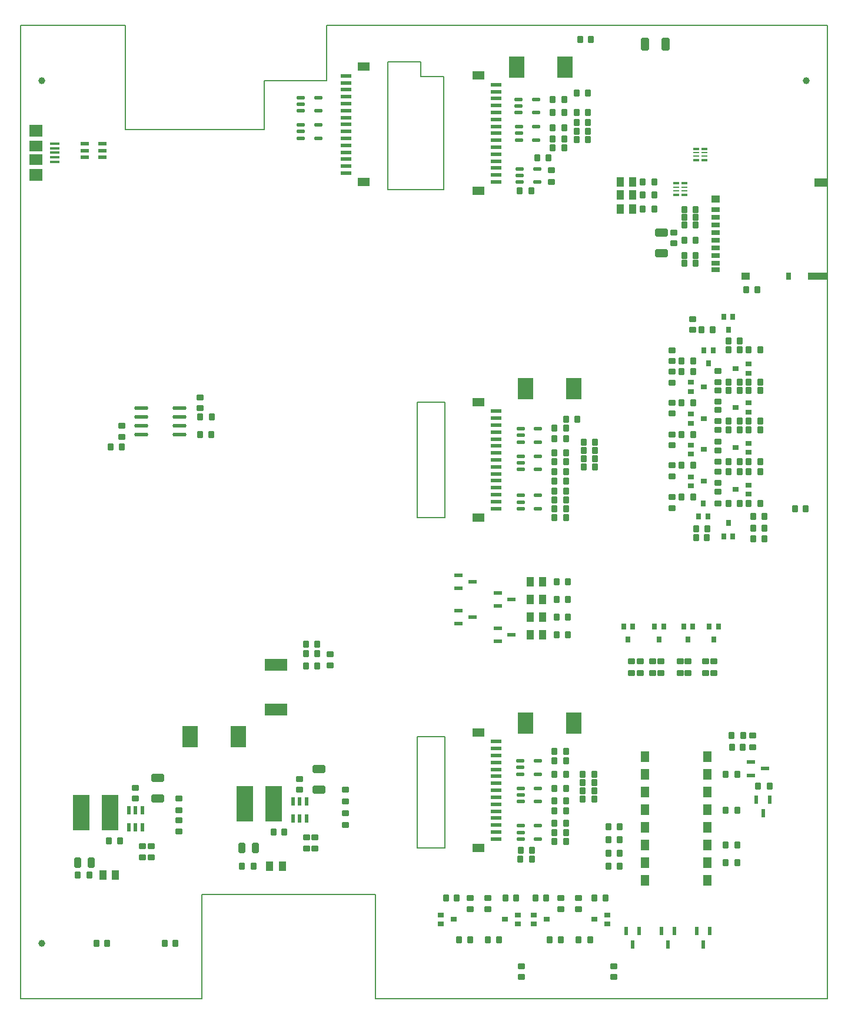
<source format=gtp>
G04*
G04 #@! TF.GenerationSoftware,Altium Limited,Altium Designer,22.3.1 (43)*
G04*
G04 Layer_Color=8421504*
%FSLAX25Y25*%
%MOIN*%
G70*
G04*
G04 #@! TF.SameCoordinates,3C66329E-7EC6-4DA4-B4DD-612C795C30B2*
G04*
G04*
G04 #@! TF.FilePolarity,Positive*
G04*
G01*
G75*
%ADD10C,0.00787*%
G04:AMPARAMS|DCode=25|XSize=31.5mil|YSize=37.4mil|CornerRadius=3.94mil|HoleSize=0mil|Usage=FLASHONLY|Rotation=0.000|XOffset=0mil|YOffset=0mil|HoleType=Round|Shape=RoundedRectangle|*
%AMROUNDEDRECTD25*
21,1,0.03150,0.02953,0,0,0.0*
21,1,0.02362,0.03740,0,0,0.0*
1,1,0.00787,0.01181,-0.01476*
1,1,0.00787,-0.01181,-0.01476*
1,1,0.00787,-0.01181,0.01476*
1,1,0.00787,0.01181,0.01476*
%
%ADD25ROUNDEDRECTD25*%
G04:AMPARAMS|DCode=26|XSize=49.61mil|YSize=23.23mil|CornerRadius=2.9mil|HoleSize=0mil|Usage=FLASHONLY|Rotation=270.000|XOffset=0mil|YOffset=0mil|HoleType=Round|Shape=RoundedRectangle|*
%AMROUNDEDRECTD26*
21,1,0.04961,0.01742,0,0,270.0*
21,1,0.04380,0.02323,0,0,270.0*
1,1,0.00581,-0.00871,-0.02190*
1,1,0.00581,-0.00871,0.02190*
1,1,0.00581,0.00871,0.02190*
1,1,0.00581,0.00871,-0.02190*
%
%ADD26ROUNDEDRECTD26*%
%ADD27R,0.07087X0.04724*%
%ADD28R,0.06102X0.02362*%
%ADD29R,0.05118X0.05906*%
G04:AMPARAMS|DCode=30|XSize=49.61mil|YSize=23.23mil|CornerRadius=2.9mil|HoleSize=0mil|Usage=FLASHONLY|Rotation=0.000|XOffset=0mil|YOffset=0mil|HoleType=Round|Shape=RoundedRectangle|*
%AMROUNDEDRECTD30*
21,1,0.04961,0.01742,0,0,0.0*
21,1,0.04380,0.02323,0,0,0.0*
1,1,0.00581,0.02190,-0.00871*
1,1,0.00581,-0.02190,-0.00871*
1,1,0.00581,-0.02190,0.00871*
1,1,0.00581,0.02190,0.00871*
%
%ADD30ROUNDEDRECTD30*%
G04:AMPARAMS|DCode=31|XSize=47.64mil|YSize=23.23mil|CornerRadius=5.81mil|HoleSize=0mil|Usage=FLASHONLY|Rotation=0.000|XOffset=0mil|YOffset=0mil|HoleType=Round|Shape=RoundedRectangle|*
%AMROUNDEDRECTD31*
21,1,0.04764,0.01161,0,0,0.0*
21,1,0.03602,0.02323,0,0,0.0*
1,1,0.01161,0.01801,-0.00581*
1,1,0.01161,-0.01801,-0.00581*
1,1,0.01161,-0.01801,0.00581*
1,1,0.01161,0.01801,0.00581*
%
%ADD31ROUNDEDRECTD31*%
G04:AMPARAMS|DCode=32|XSize=45.28mil|YSize=70.87mil|CornerRadius=4.98mil|HoleSize=0mil|Usage=FLASHONLY|Rotation=90.000|XOffset=0mil|YOffset=0mil|HoleType=Round|Shape=RoundedRectangle|*
%AMROUNDEDRECTD32*
21,1,0.04528,0.06091,0,0,90.0*
21,1,0.03532,0.07087,0,0,90.0*
1,1,0.00996,0.03045,0.01766*
1,1,0.00996,0.03045,-0.01766*
1,1,0.00996,-0.03045,-0.01766*
1,1,0.00996,-0.03045,0.01766*
%
%ADD32ROUNDEDRECTD32*%
G04:AMPARAMS|DCode=33|XSize=39.37mil|YSize=57.09mil|CornerRadius=4.92mil|HoleSize=0mil|Usage=FLASHONLY|Rotation=180.000|XOffset=0mil|YOffset=0mil|HoleType=Round|Shape=RoundedRectangle|*
%AMROUNDEDRECTD33*
21,1,0.03937,0.04724,0,0,180.0*
21,1,0.02953,0.05709,0,0,180.0*
1,1,0.00984,-0.01476,0.02362*
1,1,0.00984,0.01476,0.02362*
1,1,0.00984,0.01476,-0.02362*
1,1,0.00984,-0.01476,-0.02362*
%
%ADD33ROUNDEDRECTD33*%
%ADD34R,0.07480X0.05118*%
%ADD35R,0.11024X0.03937*%
%ADD36R,0.03150X0.03937*%
%ADD37R,0.04724X0.03937*%
%ADD38R,0.04724X0.02756*%
%ADD39R,0.12598X0.06772*%
%ADD40R,0.02756X0.03543*%
%ADD41R,0.08661X0.12402*%
G04:AMPARAMS|DCode=42|XSize=34.45mil|YSize=37.4mil|CornerRadius=4.31mil|HoleSize=0mil|Usage=FLASHONLY|Rotation=180.000|XOffset=0mil|YOffset=0mil|HoleType=Round|Shape=RoundedRectangle|*
%AMROUNDEDRECTD42*
21,1,0.03445,0.02879,0,0,180.0*
21,1,0.02584,0.03740,0,0,180.0*
1,1,0.00861,-0.01292,0.01440*
1,1,0.00861,0.01292,0.01440*
1,1,0.00861,0.01292,-0.01440*
1,1,0.00861,-0.01292,-0.01440*
%
%ADD42ROUNDEDRECTD42*%
G04:AMPARAMS|DCode=43|XSize=47.64mil|YSize=22.84mil|CornerRadius=2.85mil|HoleSize=0mil|Usage=FLASHONLY|Rotation=90.000|XOffset=0mil|YOffset=0mil|HoleType=Round|Shape=RoundedRectangle|*
%AMROUNDEDRECTD43*
21,1,0.04764,0.01713,0,0,90.0*
21,1,0.04193,0.02284,0,0,90.0*
1,1,0.00571,0.00856,0.02097*
1,1,0.00571,0.00856,-0.02097*
1,1,0.00571,-0.00856,-0.02097*
1,1,0.00571,-0.00856,0.02097*
%
%ADD43ROUNDEDRECTD43*%
%ADD44R,0.09252X0.20079*%
%ADD45R,0.04331X0.05709*%
%ADD46O,0.08014X0.02260*%
%ADD47R,0.03425X0.01024*%
%ADD48R,0.03425X0.01614*%
%ADD49R,0.07480X0.07087*%
%ADD50R,0.07480X0.05906*%
%ADD51R,0.05315X0.01575*%
G04:AMPARAMS|DCode=52|XSize=35.43mil|YSize=37.4mil|CornerRadius=4.43mil|HoleSize=0mil|Usage=FLASHONLY|Rotation=0.000|XOffset=0mil|YOffset=0mil|HoleType=Round|Shape=RoundedRectangle|*
%AMROUNDEDRECTD52*
21,1,0.03543,0.02854,0,0,0.0*
21,1,0.02657,0.03740,0,0,0.0*
1,1,0.00886,0.01329,-0.01427*
1,1,0.00886,-0.01329,-0.01427*
1,1,0.00886,-0.01329,0.01427*
1,1,0.00886,0.01329,0.01427*
%
%ADD52ROUNDEDRECTD52*%
%ADD53C,0.03937*%
%ADD54R,0.03543X0.02756*%
G04:AMPARAMS|DCode=55|XSize=35.43mil|YSize=37.4mil|CornerRadius=4.43mil|HoleSize=0mil|Usage=FLASHONLY|Rotation=90.000|XOffset=0mil|YOffset=0mil|HoleType=Round|Shape=RoundedRectangle|*
%AMROUNDEDRECTD55*
21,1,0.03543,0.02854,0,0,90.0*
21,1,0.02657,0.03740,0,0,90.0*
1,1,0.00886,0.01427,0.01329*
1,1,0.00886,0.01427,-0.01329*
1,1,0.00886,-0.01427,-0.01329*
1,1,0.00886,-0.01427,0.01329*
%
%ADD55ROUNDEDRECTD55*%
G04:AMPARAMS|DCode=56|XSize=31.5mil|YSize=37.4mil|CornerRadius=3.94mil|HoleSize=0mil|Usage=FLASHONLY|Rotation=270.000|XOffset=0mil|YOffset=0mil|HoleType=Round|Shape=RoundedRectangle|*
%AMROUNDEDRECTD56*
21,1,0.03150,0.02953,0,0,270.0*
21,1,0.02362,0.03740,0,0,270.0*
1,1,0.00787,-0.01476,-0.01181*
1,1,0.00787,-0.01476,0.01181*
1,1,0.00787,0.01476,0.01181*
1,1,0.00787,0.01476,-0.01181*
%
%ADD56ROUNDEDRECTD56*%
G04:AMPARAMS|DCode=57|XSize=47.64mil|YSize=22.84mil|CornerRadius=2.85mil|HoleSize=0mil|Usage=FLASHONLY|Rotation=0.000|XOffset=0mil|YOffset=0mil|HoleType=Round|Shape=RoundedRectangle|*
%AMROUNDEDRECTD57*
21,1,0.04764,0.01713,0,0,0.0*
21,1,0.04193,0.02284,0,0,0.0*
1,1,0.00571,0.02097,-0.00856*
1,1,0.00571,-0.02097,-0.00856*
1,1,0.00571,-0.02097,0.00856*
1,1,0.00571,0.02097,0.00856*
%
%ADD57ROUNDEDRECTD57*%
G04:AMPARAMS|DCode=58|XSize=45.28mil|YSize=70.87mil|CornerRadius=4.98mil|HoleSize=0mil|Usage=FLASHONLY|Rotation=180.000|XOffset=0mil|YOffset=0mil|HoleType=Round|Shape=RoundedRectangle|*
%AMROUNDEDRECTD58*
21,1,0.04528,0.06091,0,0,180.0*
21,1,0.03532,0.07087,0,0,180.0*
1,1,0.00996,-0.01766,0.03045*
1,1,0.00996,0.01766,0.03045*
1,1,0.00996,0.01766,-0.03045*
1,1,0.00996,-0.01766,-0.03045*
%
%ADD58ROUNDEDRECTD58*%
D10*
X208000Y458000D02*
Y530500D01*
X226519Y522261D02*
X239496D01*
X226500Y522279D02*
Y530500D01*
X208000D02*
X226500D01*
X59055Y492126D02*
Y551181D01*
X102362Y0D02*
Y59055D01*
X200787D01*
Y0D02*
Y59055D01*
Y-0D02*
X456693Y0D01*
X173228Y551181D02*
X456693D01*
X137795Y492126D02*
Y519685D01*
X173228D01*
Y551181D01*
X59055Y492126D02*
X137795Y492126D01*
X224472Y337700D02*
X240220D01*
X224472Y272500D02*
X240220D01*
Y337700D01*
X224472Y272500D02*
Y337700D01*
Y85345D02*
Y148500D01*
X240220Y85345D02*
Y148500D01*
X224472Y85345D02*
X240220D01*
X224472Y148500D02*
X240220D01*
X239496Y458000D02*
Y522261D01*
X208000Y458000D02*
X239496D01*
X0Y0D02*
X102362D01*
X0Y551181D02*
X59055D01*
X456693Y0D02*
Y551181D01*
X0Y0D02*
Y551181D01*
D25*
X417602Y120500D02*
D03*
X424098D02*
D03*
X302250Y277500D02*
D03*
X308746D02*
D03*
X283000Y79000D02*
D03*
X289496D02*
D03*
X302252Y89000D02*
D03*
X308748D02*
D03*
X339216Y75187D02*
D03*
X339248Y82625D02*
D03*
X405748Y127000D02*
D03*
X399252D02*
D03*
X405748Y106920D02*
D03*
X399252D02*
D03*
X405748Y87000D02*
D03*
X399252D02*
D03*
X405748Y77000D02*
D03*
X399252D02*
D03*
X332752Y97500D02*
D03*
X339248D02*
D03*
X303379Y236070D02*
D03*
X309875D02*
D03*
X101500Y319500D02*
D03*
X107996D02*
D03*
X380695Y302000D02*
D03*
X374199D02*
D03*
X101510Y329500D02*
D03*
X108006D02*
D03*
X32260Y70019D02*
D03*
X38756D02*
D03*
X125260Y75019D02*
D03*
X131756D02*
D03*
X309874Y226070D02*
D03*
X303378D02*
D03*
X309874Y216070D02*
D03*
X303378D02*
D03*
X309875Y206070D02*
D03*
X303379D02*
D03*
X409054Y149121D02*
D03*
X402557D02*
D03*
X325248Y315260D02*
D03*
X318752D02*
D03*
X325248Y305732D02*
D03*
X318752D02*
D03*
X302251Y323000D02*
D03*
X308747D02*
D03*
X302251Y317260D02*
D03*
X308747D02*
D03*
X302251Y309232D02*
D03*
X308747D02*
D03*
X302251Y282492D02*
D03*
X308747D02*
D03*
X308746Y298500D02*
D03*
X302250D02*
D03*
X308746Y293000D02*
D03*
X302250D02*
D03*
X302251Y272500D02*
D03*
X308747D02*
D03*
X315248Y328000D02*
D03*
X308752D02*
D03*
X407248Y327000D02*
D03*
X400752D02*
D03*
X418827D02*
D03*
X412331D02*
D03*
Y322000D02*
D03*
X418827D02*
D03*
X407248D02*
D03*
X400752D02*
D03*
X407248Y298500D02*
D03*
X400752D02*
D03*
X407248Y304000D02*
D03*
X400752D02*
D03*
X412331D02*
D03*
X418827D02*
D03*
Y298500D02*
D03*
X412331D02*
D03*
X407248Y349000D02*
D03*
X400752D02*
D03*
X418827Y344500D02*
D03*
X412331D02*
D03*
X418827Y349000D02*
D03*
X412331D02*
D03*
X418827Y367500D02*
D03*
X412331D02*
D03*
X407248D02*
D03*
X400752D02*
D03*
X332752Y90062D02*
D03*
X339248D02*
D03*
X407249Y280500D02*
D03*
X400753D02*
D03*
X418827D02*
D03*
X412331D02*
D03*
X388996Y266000D02*
D03*
X382500D02*
D03*
X380695Y284000D02*
D03*
X374199D02*
D03*
X380695Y319500D02*
D03*
X374199D02*
D03*
X380695Y337500D02*
D03*
X374199D02*
D03*
X380695Y360992D02*
D03*
X374199D02*
D03*
X380695Y355000D02*
D03*
X374199D02*
D03*
X400752Y372500D02*
D03*
X407248D02*
D03*
X391831Y378669D02*
D03*
X385335D02*
D03*
X417248Y401500D02*
D03*
X410752D02*
D03*
X382248Y446795D02*
D03*
X375752D02*
D03*
X382248Y442465D02*
D03*
X375752D02*
D03*
X382248Y438134D02*
D03*
X375752D02*
D03*
X382248Y429472D02*
D03*
X375752D02*
D03*
X375753Y420811D02*
D03*
X382249D02*
D03*
X382248Y416480D02*
D03*
X375752D02*
D03*
X321248Y496000D02*
D03*
X314752D02*
D03*
X307747Y493240D02*
D03*
X301251D02*
D03*
X358748Y447138D02*
D03*
X352252D02*
D03*
X308747Y304252D02*
D03*
X302251D02*
D03*
X318252Y122500D02*
D03*
X324748D02*
D03*
X318752Y310500D02*
D03*
X325248D02*
D03*
X318252Y113000D02*
D03*
X324748D02*
D03*
X318752Y301000D02*
D03*
X325248D02*
D03*
X314752Y486500D02*
D03*
X321248D02*
D03*
X307748Y509240D02*
D03*
X301252D02*
D03*
X322496Y33500D02*
D03*
X316000D02*
D03*
X299504D02*
D03*
X306000D02*
D03*
X332752Y82625D02*
D03*
X332720Y75187D02*
D03*
X302250Y134724D02*
D03*
X308746D02*
D03*
X302250Y127244D02*
D03*
X308746D02*
D03*
X302250Y119224D02*
D03*
X308746D02*
D03*
X302250Y112244D02*
D03*
X308746D02*
D03*
X308746Y140000D02*
D03*
X302249D02*
D03*
X324748Y127244D02*
D03*
X318252D02*
D03*
X324748Y117724D02*
D03*
X318252D02*
D03*
X308746Y106500D02*
D03*
X302249D02*
D03*
X308748Y99500D02*
D03*
X302252D02*
D03*
X302250Y94224D02*
D03*
X308746D02*
D03*
X283059Y84244D02*
D03*
X289555D02*
D03*
X254500Y33500D02*
D03*
X248004D02*
D03*
X270996D02*
D03*
X264500D02*
D03*
X302251Y287500D02*
D03*
X308747D02*
D03*
X352252Y462508D02*
D03*
X358748D02*
D03*
X352252Y455008D02*
D03*
X358748D02*
D03*
X407248Y344500D02*
D03*
X400752D02*
D03*
X301251Y486760D02*
D03*
X307747D02*
D03*
X307748Y481760D02*
D03*
X301252D02*
D03*
X298937Y476000D02*
D03*
X292441D02*
D03*
X282559Y457616D02*
D03*
X289055D02*
D03*
X321248Y491240D02*
D03*
X314752D02*
D03*
X321248Y512740D02*
D03*
X314752D02*
D03*
X321248Y501760D02*
D03*
X314752D02*
D03*
X301252D02*
D03*
X307748D02*
D03*
D26*
X424098Y112716D02*
D03*
X416618D02*
D03*
X420358Y105000D02*
D03*
X390240Y38358D02*
D03*
X382760D02*
D03*
X386500Y30642D02*
D03*
X370240Y38358D02*
D03*
X362760D02*
D03*
X366500Y30642D02*
D03*
X350240Y38358D02*
D03*
X342760D02*
D03*
X346500Y30642D02*
D03*
D27*
X194008Y462328D02*
D03*
Y527682D02*
D03*
X259067Y85433D02*
D03*
Y150787D02*
D03*
Y272441D02*
D03*
Y337795D02*
D03*
Y457328D02*
D03*
Y522682D02*
D03*
D28*
X184067Y467446D02*
D03*
Y471383D02*
D03*
Y475320D02*
D03*
Y479257D02*
D03*
Y483194D02*
D03*
Y487131D02*
D03*
Y491068D02*
D03*
Y495005D02*
D03*
Y498942D02*
D03*
Y502879D02*
D03*
Y506816D02*
D03*
Y510753D02*
D03*
Y514690D02*
D03*
Y518627D02*
D03*
Y522564D02*
D03*
X269008Y90551D02*
D03*
Y94488D02*
D03*
Y98425D02*
D03*
Y102362D02*
D03*
Y106299D02*
D03*
Y110236D02*
D03*
Y114173D02*
D03*
Y118110D02*
D03*
Y122047D02*
D03*
Y125984D02*
D03*
Y129921D02*
D03*
Y133858D02*
D03*
Y137795D02*
D03*
Y141732D02*
D03*
Y145669D02*
D03*
Y277559D02*
D03*
Y281496D02*
D03*
Y285433D02*
D03*
Y289370D02*
D03*
Y293307D02*
D03*
Y297244D02*
D03*
Y301181D02*
D03*
Y305118D02*
D03*
Y309055D02*
D03*
Y312992D02*
D03*
Y316929D02*
D03*
Y320866D02*
D03*
Y324803D02*
D03*
Y328740D02*
D03*
Y332677D02*
D03*
Y462446D02*
D03*
Y466383D02*
D03*
Y470320D02*
D03*
Y474257D02*
D03*
Y478194D02*
D03*
Y482131D02*
D03*
Y486068D02*
D03*
Y490005D02*
D03*
Y493942D02*
D03*
Y497879D02*
D03*
Y501816D02*
D03*
Y505753D02*
D03*
Y509690D02*
D03*
Y513627D02*
D03*
Y517564D02*
D03*
D29*
X353467Y87000D02*
D03*
Y67000D02*
D03*
X388900D02*
D03*
Y77000D02*
D03*
Y87000D02*
D03*
Y97000D02*
D03*
Y107000D02*
D03*
Y117000D02*
D03*
Y127000D02*
D03*
Y137000D02*
D03*
X353467D02*
D03*
Y127000D02*
D03*
Y117000D02*
D03*
Y107000D02*
D03*
Y97000D02*
D03*
Y77000D02*
D03*
D30*
X270284Y229810D02*
D03*
Y222330D02*
D03*
X278000Y226070D02*
D03*
X270284Y209810D02*
D03*
Y202330D02*
D03*
X278000Y206070D02*
D03*
X413642Y134051D02*
D03*
Y126571D02*
D03*
X421358Y130311D02*
D03*
X255716Y216070D02*
D03*
X248000Y212330D02*
D03*
Y219810D02*
D03*
X255716Y236070D02*
D03*
X248000Y232330D02*
D03*
Y239810D02*
D03*
D31*
X292441Y469926D02*
D03*
Y462446D02*
D03*
X282559D02*
D03*
Y466186D02*
D03*
Y469926D02*
D03*
X292941Y307232D02*
D03*
Y299752D02*
D03*
X283059D02*
D03*
Y303492D02*
D03*
Y307232D02*
D03*
Y285039D02*
D03*
Y281299D02*
D03*
Y277559D02*
D03*
X292941D02*
D03*
Y285039D02*
D03*
X283059Y322740D02*
D03*
Y319000D02*
D03*
Y315260D02*
D03*
X292941D02*
D03*
Y322740D02*
D03*
X282059Y493740D02*
D03*
Y490000D02*
D03*
Y486260D02*
D03*
X291941D02*
D03*
Y493740D02*
D03*
X158559Y494740D02*
D03*
Y491000D02*
D03*
Y487260D02*
D03*
X168441D02*
D03*
Y494740D02*
D03*
Y510240D02*
D03*
Y502760D02*
D03*
X158559D02*
D03*
Y506500D02*
D03*
Y510240D02*
D03*
X283059Y119224D02*
D03*
Y115484D02*
D03*
Y111744D02*
D03*
X292941D02*
D03*
Y119224D02*
D03*
X283059Y98031D02*
D03*
Y94291D02*
D03*
Y90551D02*
D03*
X292941D02*
D03*
Y98031D02*
D03*
X283000Y134724D02*
D03*
Y130984D02*
D03*
Y127244D02*
D03*
X292882D02*
D03*
Y134724D02*
D03*
X282000Y509240D02*
D03*
Y505500D02*
D03*
Y501760D02*
D03*
X291882D02*
D03*
Y509240D02*
D03*
D32*
X77500Y113500D02*
D03*
Y125114D02*
D03*
X169000Y130114D02*
D03*
Y118500D02*
D03*
X363000Y433803D02*
D03*
Y422189D02*
D03*
D33*
X39740Y77000D02*
D03*
X32260D02*
D03*
X125260Y85500D02*
D03*
X132740D02*
D03*
D34*
X453020Y462150D02*
D03*
D35*
X451248Y409000D02*
D03*
D36*
X434909D02*
D03*
D37*
X410500D02*
D03*
X393571Y452898D02*
D03*
D38*
Y412740D02*
D03*
Y416480D02*
D03*
Y420811D02*
D03*
Y425142D02*
D03*
Y429472D02*
D03*
Y433803D02*
D03*
Y438134D02*
D03*
Y442465D02*
D03*
Y446795D02*
D03*
D39*
X144500Y163882D02*
D03*
Y189118D02*
D03*
D40*
X346559Y210819D02*
D03*
X341441D02*
D03*
X344000Y203339D02*
D03*
X400753Y269331D02*
D03*
X403312Y261850D02*
D03*
X398194D02*
D03*
X361500Y203339D02*
D03*
X358941Y210819D02*
D03*
X364059D02*
D03*
X378000Y203339D02*
D03*
X375441Y210819D02*
D03*
X380559D02*
D03*
X392500Y203339D02*
D03*
X389941Y210819D02*
D03*
X395059D02*
D03*
X386500Y280500D02*
D03*
X389059Y273020D02*
D03*
X383941D02*
D03*
X389500Y359669D02*
D03*
X386941Y367150D02*
D03*
X392059D02*
D03*
X400752Y378669D02*
D03*
X398193Y386150D02*
D03*
X403311D02*
D03*
D41*
X280720Y527500D02*
D03*
X308279D02*
D03*
X95720Y148500D02*
D03*
X123280D02*
D03*
X285720Y345500D02*
D03*
X313280D02*
D03*
X285720Y156000D02*
D03*
X313280D02*
D03*
D42*
X316799Y543000D02*
D03*
X323000D02*
D03*
X421099Y273000D02*
D03*
X414898D02*
D03*
X421099Y266406D02*
D03*
X414898D02*
D03*
X421099Y260454D02*
D03*
X414898D02*
D03*
X161493Y200911D02*
D03*
X167693D02*
D03*
X161493Y195500D02*
D03*
X167693D02*
D03*
X161493Y188611D02*
D03*
X167693D02*
D03*
D43*
X161740Y111941D02*
D03*
X158000D02*
D03*
X154260D02*
D03*
X161740Y102059D02*
D03*
X158000D02*
D03*
X154260D02*
D03*
X61260Y97059D02*
D03*
X65000D02*
D03*
X68740D02*
D03*
X61260Y106941D02*
D03*
X65000D02*
D03*
X68740D02*
D03*
D44*
X126831Y110500D02*
D03*
X143169D02*
D03*
X50500Y105500D02*
D03*
X34161D02*
D03*
D45*
X346543Y462508D02*
D03*
X339457D02*
D03*
X53516Y70019D02*
D03*
X46429D02*
D03*
X148043Y75019D02*
D03*
X140957D02*
D03*
X288378Y236070D02*
D03*
X295465D02*
D03*
X288378Y226070D02*
D03*
X295465D02*
D03*
X288378Y216070D02*
D03*
X295465D02*
D03*
Y206070D02*
D03*
X288378D02*
D03*
X346543Y447138D02*
D03*
X339457D02*
D03*
Y455008D02*
D03*
X346543D02*
D03*
D46*
X89907Y319500D02*
D03*
Y324500D02*
D03*
Y329500D02*
D03*
Y334500D02*
D03*
X68113Y319500D02*
D03*
Y324500D02*
D03*
Y329500D02*
D03*
Y334500D02*
D03*
D47*
X387067Y479000D02*
D03*
Y477032D02*
D03*
X382500Y479000D02*
D03*
Y477032D02*
D03*
X375783Y459484D02*
D03*
Y457516D02*
D03*
X371217D02*
D03*
Y459484D02*
D03*
D48*
X387067Y481264D02*
D03*
X382500D02*
D03*
X387067Y474768D02*
D03*
X382500D02*
D03*
X375783Y461748D02*
D03*
Y455252D02*
D03*
X371217Y461748D02*
D03*
Y455252D02*
D03*
D49*
X8500Y466402D02*
D03*
Y491598D02*
D03*
D50*
Y475063D02*
D03*
Y482937D02*
D03*
D51*
X19031Y473882D02*
D03*
Y476441D02*
D03*
Y479000D02*
D03*
Y481559D02*
D03*
Y484118D02*
D03*
D52*
X50908Y312500D02*
D03*
X57010D02*
D03*
X438500Y277500D02*
D03*
X444602D02*
D03*
X56051Y89500D02*
D03*
X49949D02*
D03*
X149272Y94500D02*
D03*
X143169D02*
D03*
X402754Y142625D02*
D03*
X408856D02*
D03*
X382500Y261000D02*
D03*
X388602D02*
D03*
X331102Y57248D02*
D03*
X325000D02*
D03*
X291398D02*
D03*
X297500D02*
D03*
X240898D02*
D03*
X247000D02*
D03*
X280602D02*
D03*
X274500D02*
D03*
X42898Y31500D02*
D03*
X49000D02*
D03*
X81398D02*
D03*
X87500D02*
D03*
D53*
X444882Y519685D02*
D03*
X11811D02*
D03*
Y31496D02*
D03*
D54*
X404850Y288319D02*
D03*
X412331Y290878D02*
D03*
Y285760D02*
D03*
X404850Y312079D02*
D03*
X412331Y314638D02*
D03*
Y309520D02*
D03*
X404850Y334819D02*
D03*
X412331Y337378D02*
D03*
Y332260D02*
D03*
X404850Y356819D02*
D03*
X412331Y359378D02*
D03*
Y354260D02*
D03*
X386831Y293000D02*
D03*
X379350Y290441D02*
D03*
Y295559D02*
D03*
X386831Y311000D02*
D03*
X379350Y308441D02*
D03*
Y313559D02*
D03*
X386831Y328500D02*
D03*
X379350Y325941D02*
D03*
Y331059D02*
D03*
X386831Y346500D02*
D03*
X379350Y343941D02*
D03*
Y349059D02*
D03*
X245331Y44996D02*
D03*
X237850Y42437D02*
D03*
Y47555D02*
D03*
X274169Y44996D02*
D03*
X281650Y47555D02*
D03*
Y42437D02*
D03*
X324669Y44996D02*
D03*
X332150Y47555D02*
D03*
Y42437D02*
D03*
X297831Y44996D02*
D03*
X290350Y42437D02*
D03*
Y47555D02*
D03*
D55*
X175021Y188898D02*
D03*
Y195000D02*
D03*
X65000Y113500D02*
D03*
Y119602D02*
D03*
X158000Y118500D02*
D03*
Y124602D02*
D03*
X369000Y284000D02*
D03*
Y277898D02*
D03*
Y302000D02*
D03*
Y295898D02*
D03*
Y319500D02*
D03*
Y313398D02*
D03*
Y337500D02*
D03*
Y331398D02*
D03*
Y355000D02*
D03*
Y348898D02*
D03*
Y360992D02*
D03*
Y367094D02*
D03*
X380500Y378669D02*
D03*
Y384772D02*
D03*
X101510Y340551D02*
D03*
Y334449D02*
D03*
X336000Y18602D02*
D03*
Y12500D02*
D03*
X283500Y18602D02*
D03*
Y12500D02*
D03*
X370000Y427701D02*
D03*
Y433803D02*
D03*
D56*
X68740Y80004D02*
D03*
Y86500D02*
D03*
X74000D02*
D03*
Y80004D02*
D03*
X89500Y113437D02*
D03*
Y106941D02*
D03*
Y101248D02*
D03*
Y94752D02*
D03*
X184000Y118437D02*
D03*
Y111941D02*
D03*
Y105000D02*
D03*
Y98504D02*
D03*
X161740Y91500D02*
D03*
Y85004D02*
D03*
X166500Y85005D02*
D03*
Y91501D02*
D03*
X414356Y149121D02*
D03*
Y142625D02*
D03*
X346000Y190996D02*
D03*
Y184500D02*
D03*
X351000Y190996D02*
D03*
Y184500D02*
D03*
X358000Y190996D02*
D03*
Y184500D02*
D03*
X362500Y190996D02*
D03*
Y184500D02*
D03*
X373500D02*
D03*
Y190996D02*
D03*
X378000Y184500D02*
D03*
Y190996D02*
D03*
X392500D02*
D03*
Y184500D02*
D03*
X388000Y190996D02*
D03*
Y184500D02*
D03*
X395000Y338004D02*
D03*
Y344500D02*
D03*
Y333496D02*
D03*
Y327000D02*
D03*
Y315504D02*
D03*
Y322000D02*
D03*
Y310496D02*
D03*
Y304000D02*
D03*
Y286996D02*
D03*
Y280500D02*
D03*
Y292004D02*
D03*
Y298500D02*
D03*
Y355496D02*
D03*
Y349000D02*
D03*
X57010Y318004D02*
D03*
Y324500D02*
D03*
X316000Y50752D02*
D03*
Y57248D02*
D03*
X306000Y50752D02*
D03*
Y57248D02*
D03*
X254500Y50752D02*
D03*
Y57248D02*
D03*
X264500Y50752D02*
D03*
Y57248D02*
D03*
X300500Y469000D02*
D03*
Y462504D02*
D03*
D57*
X36220Y484020D02*
D03*
Y480279D02*
D03*
Y476539D02*
D03*
X46102Y484020D02*
D03*
Y480279D02*
D03*
Y476539D02*
D03*
D58*
X353500Y540500D02*
D03*
X365114D02*
D03*
M02*

</source>
